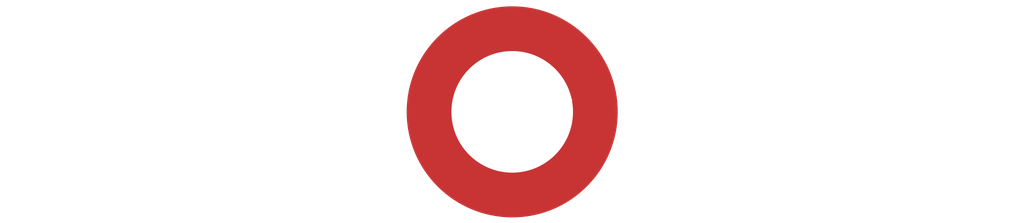
<source format=kicad_pcb>
(kicad_pcb (version 20240108) (generator pcbnew)
  (layers (0 "F.Cu" signal) (31 "B.Cu" signal) (34 "B.Paste" user) (35 "F.Paste" user) (36 "B.SilkS" user "B.Silkscreen") (37 "F.SilkS" user "F.Silkscreen") (38 "B.Mask" user) (39 "F.Mask" user) (44 "Edge.Cuts" user))
  (net 0 "")
  (footprint "MountingHole_5.3mm_M5_DIN965_Pad_TopOnly" (layer "F.Cu") (at 0 0)
    (property "Reference" "REF**")
    (property "Value" "MountingHole_5.3mm_M5_DIN965_Pad_TopOnly")
    (pad "1" thru_hole circle (at 0 0) (size 5.7 5.7) (drill 5.3) (layers *.Cu *.Mask) (remove_unused_layers))
    (pad "1" connect circle (at 0 0) (size 9.2 9.2) (layers "F.Cu" "F.Mask"))
  )
)
</source>
